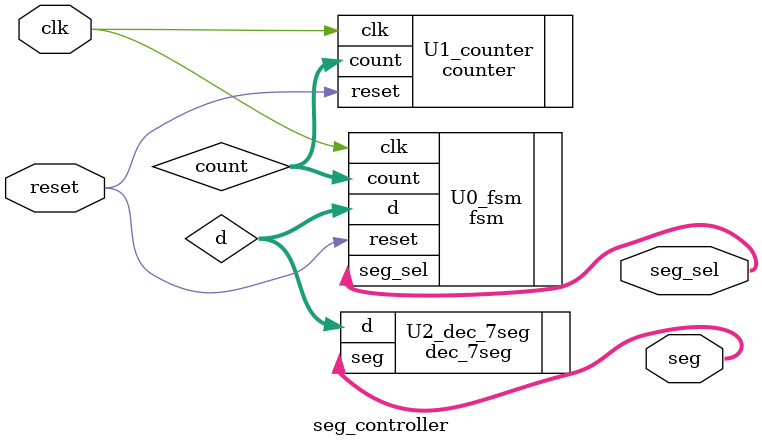
<source format=v>
module seg_controller(clk, reset,
                      seg, seg_sel);
  
  input clk;
  input reset;
  output [7:0] seg;
  output [5:0] seg_sel;
  
  wire [9:0] count;
  wire [3:0] d;
  
  counter U1_counter(.clk(clk), .reset(reset), .count(count));
  
  fsm U0_fsm(.clk(clk), .reset(reset), .count(count),
             .d(d), .seg_sel(seg_sel));
  
  dec_7seg U2_dec_7seg(.d(d), .seg(seg));
  
endmodule

</source>
